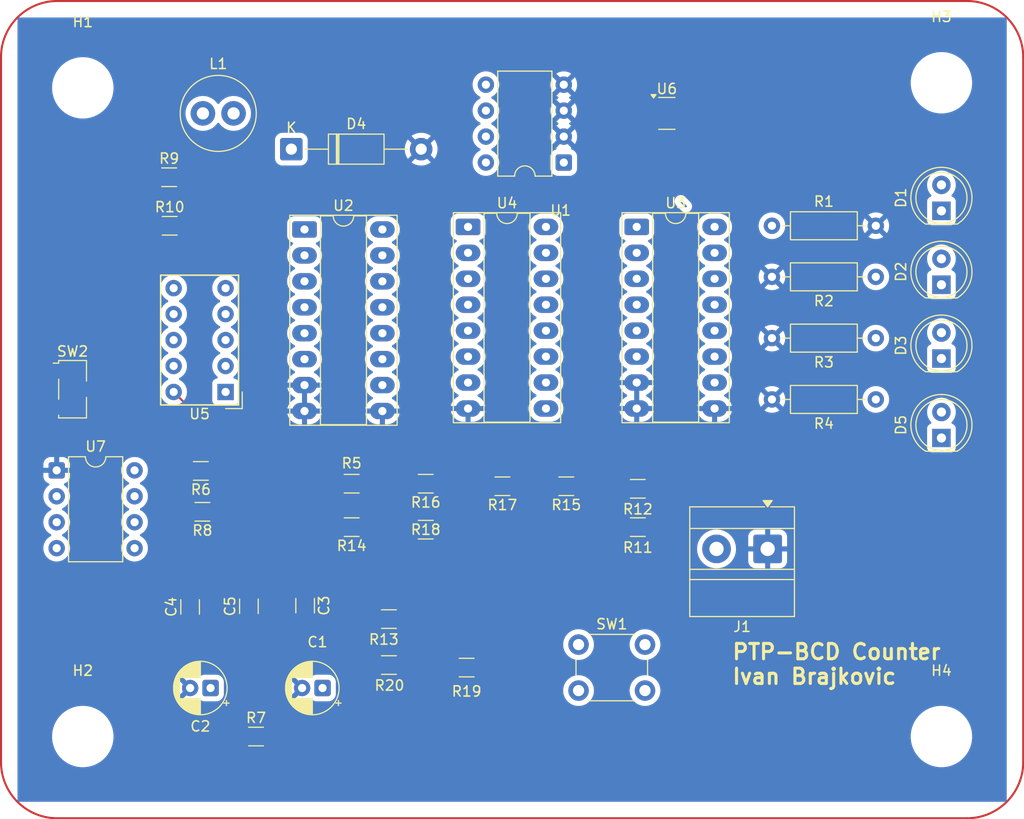
<source format=kicad_pcb>
(kicad_pcb (version 20241229) (generator "pcbnew") (generator_version "9.0")
  (layers (0 "F.Cu" signal) (2 "B.Cu" signal) (13 "F.Paste" user) (15 "B.Paste" user) (5 "F.SilkS" user "F.Silkscreen") (7 "B.SilkS" user "B.Silkscreen") (1 "F.Mask" user) (3 "B.Mask" user) (25 "Edge.Cuts" user))
  (net 0 "")
  (net 1 "GND")
  (net 2 "VD")
  (net 3 "+5V")
  (net 4 "Net-(SW2-A)")
  (net 5 "Net-(U7-THR)")
  (net 6 "Net-(D1-K)")
  (net 7 "QO")
  (net 8 "Q1")
  (net 9 "Net-(D2-K)")
  (net 10 "Q2")
  (net 11 "Net-(D3-K)")
  (net 12 "Net-(D4-K)")
  (net 13 "Net-(D5-K)")
  (net 14 "Q3")
  (net 15 "Net-(U4-a)")
  (net 16 "Net-(U5-A)")
  (net 17 "Net-(U4-b)")
  (net 18 "Net-(U5-B)")
  (net 19 "Net-(U5-C)")
  (net 20 "Net-(U4-c)")
  (net 21 "Net-(U2A-J)")
  (net 22 "Net-(U2B-J)")
  (net 23 "Net-(U3A-J)")
  (net 24 "Net-(U3B-J)")
  (net 25 "Net-(SW1B-D)")
  (net 26 "Net-(U5-D)")
  (net 27 "Net-(U4-d)")
  (net 28 "Net-(U4-BI)")
  (net 29 "Net-(U5-E)")
  (net 30 "Net-(U4-e)")
  (net 31 "Net-(U4-f)")
  (net 32 "Net-(U5-F)")
  (net 33 "Net-(U4-g)")
  (net 34 "Net-(U5-G)")
  (net 35 "Net-(U7-DIS)")
  (net 36 "555")
  (net 37 "Clock")
  (net 41 "Reset")
  (net 42 "Q0")
  (footprint "Resistor_SMD:R_1206_3216Metric_Pad1.30x1.75mm_HandSolder" (layer "F.Cu") (at 148.5 78)
    (property "Reference" "R10" (at 0 -1.83 0) (layer "F.SilkS"))
    (property "Value" "10k")
    (pad "1" smd roundrect (at -1.55 0) (size 1.3 1.75) (layers "F.Cu" "F.Mask" "F.Paste") (roundrect_rratio 0.192308) (net 3 "+5V"))
    (pad "2" smd roundrect (at 1.55 0) (size 1.3 1.75) (layers "F.Cu" "F.Mask" "F.Paste") (roundrect_rratio 0.192308) (net 22 "Net-(U2B-J)"))
  )
  (footprint "Resistor_SMD:R_1206_3216Metric_Pad1.30x1.75mm_HandSolder" (layer "F.Cu") (at 166.3 103.25 180)
    (property "Reference" "R5" (at 0 2 0) (layer "F.SilkS"))
    (property "Value" "2k")
    (pad "1" smd roundrect (at -1.55 0 180) (size 1.3 1.75) (layers "F.Cu" "F.Mask" "F.Paste") (roundrect_rratio 0.192308) (net 15 "Net-(U4-a)"))
    (pad "2" smd roundrect (at 1.55 0 180) (size 1.3 1.75) (layers "F.Cu" "F.Mask" "F.Paste") (roundrect_rratio 0.192308) (net 16 "Net-(U5-A)"))
  )
  (footprint "Package_DIP:DIP-16_W7.62mm_Socket_LongPads" (layer "F.Cu") (at 194.19 78.11)
    (property "Reference" "U3" (at 3.81 -2.33 0) (layer "F.SilkS"))
    (property "Value" "4027")
    (pad "1" thru_hole roundrect (at 0 0) (size 2.4 1.6) (drill 0.8) (layers "*.Cu" "*.Mask") (roundrect_rratio 0.15625) (net 10 "Q2"))
    (pad "2" thru_hole oval (at 0 2.54) (size 2.4 1.6) (drill 0.8) (layers "*.Cu" "*.Mask"))
    (pad "3" thru_hole oval (at 0 5.08) (size 2.4 1.6) (drill 0.8) (layers "*.Cu" "*.Mask") (net 8 "Q1"))
    (pad "4" thru_hole oval (at 0 7.62) (size 2.4 1.6) (drill 0.8) (layers "*.Cu" "*.Mask") (net 41 "Reset"))
    (pad "5" thru_hole oval (at 0 10.16) (size 2.4 1.6) (drill 0.8) (layers "*.Cu" "*.Mask") (net 23 "Net-(U3A-J)"))
    (pad "6" thru_hole oval (at 0 12.7) (size 2.4 1.6) (drill 0.8) (layers "*.Cu" "*.Mask") (net 23 "Net-(U3A-J)"))
    (pad "7" thru_hole oval (at 0 15.24) (size 2.4 1.6) (drill 0.8) (layers "*.Cu" "*.Mask") (net 1 "GND"))
    (pad "8" thru_hole oval (at 0 17.78) (size 2.4 1.6) (drill 0.8) (layers "*.Cu" "*.Mask") (net 1 "GND"))
    (pad "9" thru_hole oval (at 7.62 17.78) (size 2.4 1.6) (drill 0.8) (layers "*.Cu" "*.Mask") (net 1 "GND"))
    (pad "10" thru_hole oval (at 7.62 15.24) (size 2.4 1.6) (drill 0.8) (layers "*.Cu" "*.Mask") (net 24 "Net-(U3B-J)"))
    (pad "11" thru_hole oval (at 7.62 12.7) (size 2.4 1.6) (drill 0.8) (layers "*.Cu" "*.Mask") (net 24 "Net-(U3B-J)"))
    (pad "12" thru_hole oval (at 7.62 10.16) (size 2.4 1.6) (drill 0.8) (layers "*.Cu" "*.Mask") (net 41 "Reset"))
    (pad "13" thru_hole oval (at 7.62 7.62) (size 2.4 1.6) (drill 0.8) (layers "*.Cu" "*.Mask") (net 10 "Q2"))
    (pad "14" thru_hole oval (at 7.62 5.08) (size 2.4 1.6) (drill 0.8) (layers "*.Cu" "*.Mask"))
    (pad "15" thru_hole oval (at 7.62 2.54) (size 2.4 1.6) (drill 0.8) (layers "*.Cu" "*.Mask") (net 14 "Q3"))
    (pad "16" thru_hole oval (at 7.62 0) (size 2.4 1.6) (drill 0.8) (layers "*.Cu" "*.Mask") (net 3 "+5V"))
  )
  (footprint "Package_DIP:DIP-16_W7.62mm_Socket_LongPads" (layer "F.Cu") (at 177.69 78.11)
    (property "Reference" "U4" (at 3.81 -2.33 0) (layer "F.SilkS"))
    (property "Value" "74LS47")
    (pad "1" thru_hole roundrect (at 0 0) (size 2.4 1.6) (drill 0.8) (layers "*.Cu" "*.Mask") (roundrect_rratio 0.15625) (net 8 "Q1"))
    (pad "2" thru_hole oval (at 0 2.54) (size 2.4 1.6) (drill 0.8) (layers "*.Cu" "*.Mask") (net 10 "Q2"))
    (pad "3" thru_hole oval (at 0 5.08) (size 2.4 1.6) (drill 0.8) (layers "*.Cu" "*.Mask") (net 28 "Net-(U4-BI)"))
    (pad "4" thru_hole oval (at 0 7.62) (size 2.4 1.6) (drill 0.8) (layers "*.Cu" "*.Mask") (net 28 "Net-(U4-BI)"))
    (pad "5" thru_hole oval (at 0 10.16) (size 2.4 1.6) (drill 0.8) (layers "*.Cu" "*.Mask") (net 28 "Net-(U4-BI)"))
    (pad "6" thru_hole oval (at 0 12.7) (size 2.4 1.6) (drill 0.8) (layers "*.Cu" "*.Mask") (net 14 "Q3"))
    (pad "7" thru_hole oval (at 0 15.24) (size 2.4 1.6) (drill 0.8) (layers "*.Cu" "*.Mask") (net 42 "Q0"))
    (pad "8" thru_hole oval (at 0 17.78) (size 2.4 1.6) (drill 0.8) (layers "*.Cu" "*.Mask") (net 1 "GND"))
    (pad "9" thru_hole oval (at 7.62 17.78) (size 2.4 1.6) (drill 0.8) (layers "*.Cu" "*.Mask") (net 30 "Net-(U4-e)"))
    (pad "10" thru_hole oval (at 7.62 15.24) (size 2.4 1.6) (drill 0.8) (layers "*.Cu" "*.Mask") (net 27 "Net-(U4-d)"))
    (pad "11" thru_hole oval (at 7.62 12.7) (size 2.4 1.6) (drill 0.8) (layers "*.Cu" "*.Mask") (net 20 "Net-(U4-c)"))
    (pad "12" thru_hole oval (at 7.62 10.16) (size 2.4 1.6) (drill 0.8) (layers "*.Cu" "*.Mask") (net 17 "Net-(U4-b)"))
    (pad "13" thru_hole oval (at 7.62 7.62) (size 2.4 1.6) (drill 0.8) (layers "*.Cu" "*.Mask") (net 15 "Net-(U4-a)"))
    (pad "14" thru_hole oval (at 7.62 5.08) (size 2.4 1.6) (drill 0.8) (layers "*.Cu" "*.Mask") (net 33 "Net-(U4-g)"))
    (pad "15" thru_hole oval (at 7.62 2.54) (size 2.4 1.6) (drill 0.8) (layers "*.Cu" "*.Mask") (net 31 "Net-(U4-f)"))
    (pad "16" thru_hole oval (at 7.62 0) (size 2.4 1.6) (drill 0.8) (layers "*.Cu" "*.Mask") (net 3 "+5V"))
  )
  (footprint "Package_DIP:DIP-8_W7.62mm" (layer "F.Cu") (at 187.055 71.81 180)
    (property "Reference" "U1" (at 0.305 -4.69 0) (layer "F.SilkS"))
    (property "Value" "LM2574N-5")
    (pad "1" thru_hole roundrect (at 0 0 180) (size 1.6 1.6) (drill 0.8) (layers "*.Cu" "*.Mask") (roundrect_rratio 0.15625) (net 3 "+5V"))
    (pad "2" thru_hole circle (at 0 2.54 180) (size 1.6 1.6) (drill 0.8) (layers "*.Cu" "*.Mask") (net 1 "GND"))
    (pad "3" thru_hole circle (at 0 5.08 180) (size 1.6 1.6) (drill 0.8) (layers "*.Cu" "*.Mask") (net 1 "GND"))
    (pad "4" thru_hole circle (at 0 7.62 180) (size 1.6 1.6) (drill 0.8) (layers "*.Cu" "*.Mask") (net 1 "GND"))
    (pad "5" thru_hole circle (at 7.62 7.62 180) (size 1.6 1.6) (drill 0.8) (layers "*.Cu" "*.Mask") (net 2 "VD"))
    (pad "6" thru_hole circle (at 7.62 5.08 180) (size 1.6 1.6) (drill 0.8) (layers "*.Cu" "*.Mask"))
    (pad "7" thru_hole circle (at 7.62 2.54 180) (size 1.6 1.6) (drill 0.8) (layers "*.Cu" "*.Mask") (net 12 "Net-(D4-K)"))
    (pad "8" thru_hole circle (at 7.62 0 180) (size 1.6 1.6) (drill 0.8) (layers "*.Cu" "*.Mask"))
  )
  (footprint "Resistor_SMD:R_1206_3216Metric_Pad1.30x1.75mm_HandSolder" (layer "F.Cu") (at 148.45 73.25)
    (property "Reference" "R9" (at 0 -1.83 0) (layer "F.SilkS"))
    (property "Value" "10k")
    (pad "1" smd roundrect (at -1.55 0) (size 1.3 1.75) (layers "F.Cu" "F.Mask" "F.Paste") (roundrect_rratio 0.192308) (net 3 "+5V"))
    (pad "2" smd roundrect (at 1.55 0) (size 1.3 1.75) (layers "F.Cu" "F.Mask" "F.Paste") (roundrect_rratio 0.192308) (net 21 "Net-(U2A-J)"))
  )
  (footprint "Resistor_SMD:R_1206_3216Metric_Pad1.30x1.75mm_HandSolder" (layer "F.Cu") (at 173.55 107.75 180)
    (property "Reference" "R18" (at 0 0 0) (layer "F.SilkS"))
    (property "Value" "2k")
    (pad "1" smd roundrect (at -1.55 0 180) (size 1.3 1.75) (layers "F.Cu" "F.Mask" "F.Paste") (roundrect_rratio 0.192308) (net 33 "Net-(U4-g)"))
    (pad "2" smd roundrect (at 1.55 0 180) (size 1.3 1.75) (layers "F.Cu" "F.Mask" "F.Paste") (roundrect_rratio 0.192308) (net 34 "Net-(U5-G)"))
  )
  (footprint "Button_Switch_SMD:Nidec_Copal_CAS-120A" (layer "F.Cu") (at 139 94)
    (property "Reference" "SW2" (at 0 -3.7 0) (layer "F.SilkS"))
    (property "Value" "SW2")
    (pad "1" smd roundrect (at -1.15 -1.75 270) (size 1 1.6) (layers "F.Cu" "F.Mask" "F.Paste") (net 36 "555"))
    (pad "2" smd roundrect (at 1.15 0 270) (size 1 1.6) (layers "F.Cu" "F.Mask" "F.Paste") (net 37 "Clock"))
    (pad "3" smd roundrect (at -1.15 1.75 270) (size 1 1.6) (layers "F.Cu" "F.Mask" "F.Paste") (net 4 "Net-(SW2-A)"))
  )
  (footprint "LED_THT:LED_D5.0mm" (layer "F.Cu") (at 224 83.775 90)
    (property "Reference" "D2" (at 1.27 -3.96 90) (layer "F.SilkS"))
    (property "Value" "LED")
    (pad "1" thru_hole rect (at 0 0 90) (size 1.8 1.8) (drill 0.9) (layers "*.Cu" "*.Mask") (net 9 "Net-(D2-K)"))
    (pad "2" thru_hole circle (at 2.54 0 90) (size 1.8 1.8) (drill 0.9) (layers "*.Cu" "*.Mask") (net 8 "Q1"))
  )
  (footprint "Resistor_SMD:R_1206_3216Metric_Pad1.30x1.75mm_HandSolder" (layer "F.Cu") (at 173.55 103.25 180)
    (property "Reference" "R16" (at 0 -1.83 0) (layer "F.SilkS"))
    (property "Value" "2k")
    (pad "1" smd roundrect (at -1.55 0 180) (size 1.3 1.75) (layers "F.Cu" "F.Mask" "F.Paste") (roundrect_rratio 0.192308) (net 30 "Net-(U4-e)"))
    (pad "2" smd roundrect (at 1.55 0 180) (size 1.3 1.75) (layers "F.Cu" "F.Mask" "F.Paste") (roundrect_rratio 0.192308) (net 29 "Net-(U5-E)"))
  )
  (footprint "Resistor_THT:R_Axial_DIN0207_L6.3mm_D2.5mm_P10.16mm_Horizontal" (layer "F.Cu") (at 217.58 95 180)
    (property "Reference" "R4" (at 5.08 -2.37 0) (layer "F.SilkS"))
    (property "Value" "4k7")
    (pad "1" thru_hole circle (at 0 0 180) (size 1.6 1.6) (drill 0.8) (layers "*.Cu" "*.Mask") (net 13 "Net-(D5-K)"))
    (pad "2" thru_hole circle (at 10.16 0 180) (size 1.6 1.6) (drill 0.8) (layers "*.Cu" "*.Mask") (net 1 "GND"))
  )
  (footprint "Resistor_SMD:R_1206_3216Metric_Pad1.30x1.75mm_HandSolder" (layer "F.Cu") (at 187.3 103.5 180)
    (property "Reference" "R15" (at 0 -1.83 0) (layer "F.SilkS"))
    (property "Value" "10k")
    (pad "1" smd roundrect (at -1.55 0 180) (size 1.3 1.75) (layers "F.Cu" "F.Mask" "F.Paste") (roundrect_rratio 0.192308) (net 3 "+5V"))
    (pad "2" smd roundrect (at 1.55 0 180) (size 1.3 1.75) (layers "F.Cu" "F.Mask" "F.Paste") (roundrect_rratio 0.192308) (net 28 "Net-(U4-BI)"))
  )
  (footprint "Button_Switch_THT:SW_PUSH_6mm_H4.3mm" (layer "F.Cu") (at 188.5 119)
    (property "Reference" "SW1" (at 3.25 -2 0) (layer "F.SilkS"))
    (property "Value" "SW_Push_Dual_x2")
    (pad "1" thru_hole circle (at 0 0 90) (size 2 2) (drill 1.1) (layers "*.Cu" "*.Mask"))
    (pad "1" thru_hole circle (at 6.5 0 90) (size 2 2) (drill 1.1) (layers "*.Cu" "*.Mask"))
    (pad "2" thru_hole circle (at 0 4.5 90) (size 2 2) (drill 1.1) (layers "*.Cu" "*.Mask"))
    (pad "2" thru_hole circle (at 6.5 4.5 90) (size 2 2) (drill 1.1) (layers "*.Cu" "*.Mask"))
  )
  (footprint "Package_TO_SOT_SMD:SOT-23-6" (layer "F.Cu") (at 197.1375 67)
    (property "Reference" "U6" (at 0 -2.4 0) (layer "F.SilkS"))
    (property "Value" "74LVC1G11")
    (pad "1" smd roundrect (at -1.1375 -0.95) (size 1.325 0.6) (layers "F.Cu" "F.Mask" "F.Paste") (net 8 "Q1"))
    (pad "2" smd roundrect (at -1.1375 0) (size 1.325 0.6) (layers "F.Cu" "F.Mask" "F.Paste") (net 1 "GND"))
    (pad "3" smd roundrect (at -1.1375 0.95) (size 1.325 0.6) (layers "F.Cu" "F.Mask" "F.Paste") (net 14 "Q3"))
    (pad "4" smd roundrect (at 1.1375 0.95) (size 1.325 0.6) (layers "F.Cu" "F.Mask" "F.Paste") (net 41 "Reset"))
    (pad "5" smd roundrect (at 1.1375 0) (size 1.325 0.6) (layers "F.Cu" "F.Mask" "F.Paste") (net 3 "+5V"))
    (pad "6" smd roundrect (at 1.1375 -0.95) (size 1.325 0.6) (layers "F.Cu" "F.Mask" "F.Paste") (net 37 "Clock"))
  )
  (footprint "Resistor_SMD:R_1206_3216Metric_Pad1.30x1.75mm_HandSolder" (layer "F.Cu") (at 194.3 103.75)
    (property "Reference" "R12" (at 0 2 0) (layer "F.SilkS"))
    (property "Value" "10k")
    (pad "1" smd roundrect (at -1.55 0) (size 1.3 1.75) (layers "F.Cu" "F.Mask" "F.Paste") (roundrect_rratio 0.192308) (net 3 "+5V"))
    (pad "2" smd roundrect (at 1.55 0) (size 1.3 1.75) (layers "F.Cu" "F.Mask" "F.Paste") (roundrect_rratio 0.192308) (net 24 "Net-(U3B-J)"))
  )
  (footprint "Resistor_THT:R_Axial_DIN0207_L6.3mm_D2.5mm_P10.16mm_Horizontal" (layer "F.Cu") (at 217.58 83 180)
    (property "Reference" "R2" (at 5.08 -2.37 0) (layer "F.SilkS"))
    (property "Value" "4k7")
    (pad "1" thru_hole circle (at 0 0 180) (size 1.6 1.6) (drill 0.8) (layers "*.Cu" "*.Mask") (net 9 "Net-(D2-K)"))
    (pad "2" thru_hole circle (at 10.16 0 180) (size 1.6 1.6) (drill 0.8) (layers "*.Cu" "*.Mask") (net 1 "GND"))
  )
  (footprint "LED_THT:LED_D5.0mm" (layer "F.Cu") (at 224 91 90)
    (property "Reference" "D3" (at 1.27 -3.96 90) (layer "F.SilkS"))
    (property "Value" "LED")
    (pad "1" thru_hole rect (at 0 0 90) (size 1.8 1.8) (drill 0.9) (layers "*.Cu" "*.Mask") (net 11 "Net-(D3-K)"))
    (pad "2" thru_hole circle (at 2.54 0 90) (size 1.8 1.8) (drill 0.9) (layers "*.Cu" "*.Mask") (net 10 "Q2"))
  )
  (footprint "TerminalBlock_MetzConnect:TerminalBlock_MetzConnect_Type011_RT05502HBLC_1x02_P5.00mm_Horizontal" (layer "F.Cu") (at 207 109.6325 180)
    (property "Reference" "J1" (at 2.5 -7.62 0) (layer "F.SilkS"))
    (property "Value" "Screw_Terminal_01x02")
    (pad "1" thru_hole roundrect (at 0 0 180) (size 2.8 2.8) (drill 1.4) (layers "*.Cu" "*.Mask") (roundrect_rratio 0.089286) (net 1 "GND"))
    (pad "2" thru_hole circle (at 5 0 180) (size 2.8 2.8) (drill 1.4) (layers "*.Cu" "*.Mask") (net 2 "VD"))
  )
  (footprint "Resistor_SMD:R_1206_3216Metric_Pad1.30x1.75mm_HandSolder" (layer "F.Cu") (at 151.55 102 180)
    (property "Reference" "R6" (at 0 -1.83 0) (layer "F.SilkS"))
    (property "Value" "2k")
    (pad "1" smd roundrect (at -1.55 0 180) (size 1.3 1.75) (layers "F.Cu" "F.Mask" "F.Paste") (roundrect_rratio 0.192308) (net 17 "Net-(U4-b)"))
    (pad "2" smd roundrect (at 1.55 0 180) (size 1.3 1.75) (layers "F.Cu" "F.Mask" "F.Paste") (roundrect_rratio 0.192308) (net 18 "Net-(U5-B)"))
  )
  (footprint "Package_DIP:DIP-8_W7.62mm" (layer "F.Cu") (at 137.445 101.94)
    (property "Reference" "U7" (at 3.81 -2.33 0) (layer "F.SilkS"))
    (property "Value" "NE555P")
    (pad "1" thru_hole roundrect (at 0 0) (size 1.6 1.6) (drill 0.8) (layers "*.Cu" "*.Mask") (roundrect_rratio 0.15625) (net 1 "GND"))
    (pad "2" thru_hole circle (at 0 2.54) (size 1.6 1.6) (drill 0.8) (layers "*.Cu" "*.Mask") (net 5 "Net-(U7-THR)"))
    (pad "3" thru_hole circle (at 0 5.08) (size 1.6 1.6) (drill 0.8) (layers "*.Cu" "*.Mask") (net 36 "555"))
    (pad "4" thru_hole circle (at 0 7.62) (size 1.6 1.6) (drill 0.8) (layers "*.Cu" "*.Mask") (net 3 "+5V"))
    (pad "5" thru_hole circle (at 7.62 7.62) (size 1.6 1.6) (drill 0.8) (layers "*.Cu" "*.Mask"))
    (pad "6" thru_hole circle (at 7.62 5.08) (size 1.6 1.6) (drill 0.8) (layers "*.Cu" "*.Mask") (net 5 "Net-(U7-THR)"))
    (pad "7" thru_hole circle (at 7.62 2.54) (size 1.6 1.6) (drill 0.8) (layers "*.Cu" "*.Mask") (net 35 "Net-(U7-DIS)"))
    (pad "8" thru_hole circle (at 7.62 0) (size 1.6 1.6) (drill 0.8) (layers "*.Cu" "*.Mask") (net 3 "+5V"))
  )
  (footprint "MountingHole:MountingHole_5.5mm" (layer "F.Cu") (at 224 64)
    (property "Reference" "H3" (at 0 -6.45 0) (layer "F.SilkS"))
    (property "Value" "MountingHole")
    (pad "" np_thru_hole circle (at 0 0) (size 5.5 5.5) (drill 5.5) (layers "*.Cu" "*.Mask"))
  )
  (footprint "Capacitor_THT:CP_Radial_D5.0mm_P2.00mm" (layer "F.Cu") (at 163.455113 123.25 180)
    (property "Reference" "C1" (at 0.5 4.5 0) (layer "F.SilkS"))
    (property "Value" "22u")
    (pad "1" thru_hole roundrect (at 0 0 180) (size 1.6 1.6) (drill 0.8) (layers "*.Cu" "*.Mask") (roundrect_rratio 0.15625) (net 2 "VD"))
    (pad "2" thru_hole circle (at 2 0 180) (size 1.6 1.6) (drill 0.8) (layers "*.Cu" "*.Mask") (net 1 "GND"))
  )
  (footprint "Resistor_SMD:R_1206_3216Metric_Pad1.30x1.75mm_HandSolder" (layer "F.Cu") (at 169.95 121 180)
    (property "Reference" "R20" (at -0.05 -2 0) (layer "F.SilkS"))
    (property "Value" "47k")
    (pad "1" smd roundrect (at -1.55 0 180) (size 1.3 1.75) (layers "F.Cu" "F.Mask" "F.Paste") (roundrect_rratio 0.192308) (net 35 "Net-(U7-DIS)"))
    (pad "2" smd roundrect (at 1.55 0 180) (size 1.3 1.75) (layers "F.Cu" "F.Mask" "F.Paste") (roundrect_rratio 0.192308) (net 5 "Net-(U7-THR)"))
  )
  (footprint "Diode_THT:D_DO-41_SOD81_P12.70mm_Horizontal" (layer "F.Cu") (at 160.4 70.5)
    (property "Reference" "D4" (at 6.35 -2.47 0) (layer "F.SilkS"))
    (property "Value" "11DQ06")
    (fp_text user "K" (at 0 -2.1 0) (layer "F.SilkS"))
    (pad "1" thru_hole roundrect (at 0 0) (size 2.2 2.2) (drill 1.1) (layers "*.Cu" "*.Mask") (roundrect_rratio 0.113636) (net 12 "Net-(D4-K)"))
    (pad "2" thru_hole circle (at 12.7 0) (size 2.2 2.2) (drill 1.1) (layers "*.Cu" "*.Mask") (net 1 "GND"))
  )
  (footprint "Capacitor_SMD:C_1206_3216Metric_Pad1.33x1.80mm_HandSolder" (layer "F.Cu") (at 161.75 115.1875 -90)
    (property "Reference" "C3" (at 0 -1.85 90) (layer "F.SilkS"))
    (property "Value" "1u")
    (pad "1" smd roundrect (at -1.5625 0 270) (size 1.325 1.8) (layers "F.Cu" "F.Mask" "F.Paste") (roundrect_rratio 0.188679) (net 1 "GND"))
    (pad "2" smd roundrect (at 1.5625 0 270) (size 1.325 1.8) (layers "F.Cu" "F.Mask" "F.Paste") (roundrect_rratio 0.188679) (net 4 "Net-(SW2-A)"))
  )
  (footprint "MountingHole:MountingHole_5.5mm" (layer "F.Cu") (at 140 128)
    (property "Reference" "H2" (at 0 -6.45 0) (layer "F.SilkS"))
    (property "Value" "MountingHole")
    (pad "" np_thru_hole circle (at 0 0) (size 5.5 5.5) (drill 5.5) (layers "*.Cu" "*.Mask"))
  )
  (footprint "Package_DIP:DIP-16_W7.62mm_Socket_LongPads" (layer "F.Cu") (at 161.69 78.36)
    (property "Reference" "U2" (at 3.81 -2.33 0) (layer "F.SilkS"))
    (property "Value" "4027")
    (pad "1" thru_hole roundrect (at 0 0) (size 2.4 1.6) (drill 0.8) (layers "*.Cu" "*.Mask") (roundrect_rratio 0.15625) (net 42 "Q0"))
    (pad "2" thru_hole oval (at 0 2.54) (size 2.4 1.6) (drill 0.8) (layers "*.Cu" "*.Mask"))
    (pad "3" thru_hole oval (at 0 5.08) (size 2.4 1.6) (drill 0.8) (layers "*.Cu" "*.Mask") (net 37 "Clock"))
    (pad "4" thru_hole oval (at 0 7.62) (size 2.4 1.6) (drill 0.8) (layers "*.Cu" "*.Mask") (net 41 "Reset"))
    (pad "5" thru_hole oval (at 0 10.16) (size 2.4 1.6) (drill 0.8) (layers "*.Cu" "*.Mask") (net 21 "Net-(U2A-J)"))
    (pad "6" thru_hole oval (at 0 12.7) (size 2.4 1.6) (drill 0.8) (layers "*.Cu" "*.Mask") (net 21 "Net-(U2A-J)"))
    (pad "7" thru_hole oval (at 0 15.24) (size 2.4 1.6) (drill 0.8) (layers "*.Cu" "*.Mask") (net 1 "GND"))
    (pad "8" thru_hole oval (at 0 17.78) (size 2.4 1.6) (drill 0.8) (layers "*.Cu" "*.Mask") (net 1 "GND"))
    (pad "9" thru_hole oval (at 7.62 17.78) (size 2.4 1.6) (drill 0.8) (layers "*.Cu" "*.Mask") (net 1 "GND"))
    (pad "10" thru_hole oval (at 7.62 15.24) (size 2.4 1.6) (drill 0.8) (layers "*.Cu" "*.Mask") (net 22 "Net-(U2B-J)"))
    (pad "11" thru_hole oval (at 7.62 12.7) (size 2.4 1.6) (drill 0.8) (layers "*.Cu" "*.Mask") (net 22 "Net-(U2B-J)"))
    (pad "12" thru_hole oval (at 7.62 10.16) (size 2.4 1.6) (drill 0.8) (layers "*.Cu" "*.Mask") (net 41 "Reset"))
    (pad "13" thru_hole oval (at 7.62 7.62) (size 2.4 1.6) (drill 0.8) (layers "*.Cu" "*.Mask") (net 42 "Q0"))
    (pad "14" thru_hole oval (at 7.62 5.08) (size 2.4 1.6) (drill 0.8) (layers "*.Cu" "*.Mask"))
    (pad "15" thru_hole oval (at 7.62 2.54) (size 2.4 1.6) (drill 0.8) (layers "*.Cu" "*.Mask") (net 8 "Q1"))
    (pad "16" thru_hole oval (at 7.62 0) (size 2.4 1.6) (drill 0.8) (layers "*.Cu" "*.Mask") (net 3 "+5V"))
  )
  (footprint "Display_7Segment:HDSP-7401" (layer "F.Cu") (at 153.9675 94.2675 180)
    (property "Reference" "U5" (at 2.54 -2.159 0) (layer "F.SilkS"))
    (property "Value" "FYS-3911BUHR-21")
    (pad "1" thru_hole rect (at 0 0 180) (size 1.6 1.6) (drill 0.8) (layers "*.Cu" "*.Mask") (net 3 "+5V"))
    (pad "2" thru_hole circle (at 0 2.54 180) (size 1.6 1.6) (drill 0.8) (layers "*.Cu" "*.Mask") (net 32 "Net-(U5-F)"))
    (pad "3" thru_hole circle (at 0 5.08 180) (size 1.6 1.6) (drill 0.8) (layers "*.Cu" "*.Mask") (net 34 "Net-(U5-G)"))
    (pad "4" thru_hole circle (at 0 7.62 180) (size 1.6 1.6) (drill 0.8) (layers "*.Cu" "*.Mask") (net 29 "Net-(U5-E)"))
    (pad "5" thru_hole circle (at 0 10.16 180) (size 1.6 1.6) (drill 0.8) (layers "*.Cu" "*.Mask") (net 26 "Net-(U5-D)"))
    (pad "6" thru_hole circle (at 5.08 10.16 180) (size 1.6 1.6) (drill 0.8) (layers "*.Cu" "*.Mask") (net 3 "+5V"))
    (pad "7" thru_hole circle (at 5.08 7.62 180) (size 1.6 1.6) (drill 0.8) (layers "*.Cu" "*.Mask"))
    (pad "8" thru_hole circle (at 5.08 5.08 180) (size 1.6 1.6) (drill 0.8) (layers "*.Cu" "*.Mask") (net 19 "Net-(U5-C)"))
    (pad "9" thru_hole circle (at 5.08 2.54 180) (size 1.6 1.6) (drill 0.8) (layers "*.Cu" "*.Mask") (net 18 "Net-(U5-B)"))
    (pad "10" thru_hole circle (at 5.08 0 180) (size 1.6 1.6) (drill 0.8) (layers "*.Cu" "*.Mask") (net 16 "Net-(U5-A)"))
  )
  (footprint "Capacitor_SMD:C_1206_3216Metric_Pad1.33x1.80mm_HandSolder" (layer "F.Cu") (at 156.25 115.25 90)
    (property "Reference" "C5" (at 0 -1.85 90) (layer "F.SilkS"))
    (property "Value" "10u")
    (pad "1" smd roundrect (at -1.5625 0 90) (size 1.325 1.8) (layers "F.Cu" "F.Mask" "F.Paste") (roundrect_rratio 0.188679) (net 5 "Net-(U7-THR)"))
    (pad "2" smd roundrect (at 1.5625 0 90) (size 1.325 1.8) (layers "F.Cu" "F.Mask" "F.Paste") (roundrect_rratio 0.188679) (net 1 "GND"))
  )
  (footprint "Resistor_SMD:R_1206_3216Metric_Pad1.30x1.75mm_HandSolder" (layer "F.Cu") (at 177.55 121.25 180)
    (property "Reference" "R19" (at 0 -2.33 0) (layer "F.SilkS"))
    (property "Value" "47k")
    (pad "1" smd roundrect (at -1.55 0 180) (size 1.3 1.75) (layers "F.Cu" "F.Mask" "F.Paste") (roundrect_rratio 0.192308) (net 3 "+5V"))
    (pad "2" smd roundrect (at 1.55 0 180) (size 1.3 1.75) (layers "F.Cu" "F.Mask" "F.Paste") (roundrect_rratio 0.192308) (net 35 "Net-(U7-DIS)"))
  )
  (footprint "Resistor_THT:R_Axial_DIN0207_L6.3mm_D2.5mm_P10.16mm_Horizontal" (layer "F.Cu") (at 207.42 78)
    (property "Reference" "R1" (at 5.08 -2.37 0) (layer "F.SilkS"))
    (property "Value" "4k7")
    (pad "1" thru_hole circle (at 0 0) (size 1.6 1.6) (drill 0.8) (layers "*.Cu" "*.Mask") (net 6 "Net-(D1-K)"))
    (pad "2" thru_hole circle (at 10.16 0) (size 1.6 1.6) (drill 0.8) (layers "*.Cu" "*.Mask") (net 1 "GND"))
  )
  (footprint "Resistor_SMD:R_1206_3216Metric_Pad1.30x1.75mm_HandSolder" (layer "F.Cu") (at 156.95 128)
    (property "Reference" "R7" (at 0 -1.83 0) (layer "F.SilkS"))
    (property "Value" "10k")
    (pad "1" smd roundrect (at -1.55 0) (size 1.3 1.75) (layers "F.Cu" "F.Mask" "F.Paste") (roundrect_rratio 0.192308) (net 3 "+5V"))
    (pad "2" smd roundrect (at 1.55 0) (size 1.3 1.75) (layers "F.Cu" "F.Mask" "F.Paste") (roundrect_rratio 0.192308) (net 4 "Net-(SW2-A)"))
  )
  (footprint "Resistor_SMD:R_1206_3216Metric_Pad1.30x1.75mm_HandSolder" (layer "F.Cu") (at 151.7 106 180)
    (property "Reference" "R8" (at 0 -1.83 0) (layer "F.SilkS"))
    (property "Value" "2K")
    (pad "1" smd roundrect (at -1.55 0 180) (size 1.3 1.75) (layers "F.Cu" "F.Mask" "F.Paste") (roundrect_rratio 0.192308) (net 20 "Net-(U4-c)"))
    (pad "2" smd roundrect (at 1.55 0 180) (size 1.3 1.75) (layers "F.Cu" "F.Mask" "F.Paste") (roundrect_rratio 0.192308) (net 19 "Net-(U5-C)"))
  )
  (footprint "Inductor_THT:L_Radial_D7.2mm_P3.00mm_Murata_1700" (layer "F.Cu") (at 151.75 67)
    (property "Reference" "L1" (at 1.5 -4.85 0) (layer "F.SilkS"))
    (property "Value" "330u")
    (pad "1" thru_hole circle (at 0 0) (size 2.4 2.4) (drill 1.2) (layers "*.Cu" "*.Mask") (net 12 "Net-(D4-K)"))
    (pad "2" thru_hole circle (at 3 0) (size 2.4 2.4) (drill 1.2) (layers "*.Cu" "*.Mask") (net 3 "+5V"))
  )
  (footprint "MountingHole:MountingHole_5.5mm" (layer "F.Cu") (at 140 64.5)
    (property "Reference" "H1" (at 0 -6.45 0) (layer "F.SilkS"))
    (property "Value" "MountingHole")
    (pad "" np_thru_hole circle (at 0 0) (size 5.5 5.5) (drill 5.5) (layers "*.Cu" "*.Mask"))
  )
  (footprint "Resistor_SMD:R_1206_3216Metric_Pad1.30x1.75mm_HandSolder" (layer "F.Cu") (at 169.95 116.5)
    (property "Reference" "R13" (at -0.5 2 0) (layer "F.SilkS"))
    (property "Value" "2k")
    (pad "1" smd roundrect (at -1.55 0) (size 1.3 1.75) (layers "F.Cu" "F.Mask" "F.Paste") (roundrect_rratio 0.192308) (net 25 "Net-(SW1B-D)"))
    (pad "2" smd roundrect (at 1.55 0) (size 1.3 1.75) (layers "F.Cu" "F.Mask" "F.Paste") (roundrect_rratio 0.192308) (net 4 "Net-(SW2-A)"))
  )
  (footprint "Resistor_SMD:R_1206_3216Metric_Pad1.30x1.75mm_HandSolder" (layer "F.Cu") (at 194.3 107.5)
    (property "Reference" "R11" (at 0 2 0) (layer "F.SilkS"))
    (property "Value" "10k")
    (pad "1" smd roundrect (at -1.55 0) (size 1.3 1.75) (layers "F.Cu" "F.Mask" "F.Paste") (roundrect_rratio 0.192308) (net 3 "+5V"))
    (pad "2" smd roundrect (at 1.55 0) (size 1.3 1.75) (layers "F.Cu" "F.Mask" "F.Paste") (roundrect_rratio 0.192308) (net 23 "Net-(U3A-J)"))
  )
  (footprint "Capacitor_SMD:C_1206_3216Metric_Pad1.33x1.80mm_HandSolder" (layer "F.Cu") (at 150.5 115.3125 90)
    (property "Reference" "C4" (at 0 -1.85 90) (layer "F.SilkS"))
    (property "Value" "100 n")
    (pad "1" smd roundrect (at -1.5625 0 90) (size 1.325 1.8) (layers "F.Cu" "F.Mask" "F.Paste") (roundrect_rratio 0.188679) (net 3 "+5V"))
    (pad "2" smd roundrect (at 1.5625 0 90) (size 1.325 1.8) (layers "F.Cu" "F.Mask" "F.Paste") (roundrect_rratio 0.188679) (net 1 "GND"))
  )
  (footprint "Capacitor_THT:CP_Radial_D5.0mm_P2.00mm" (layer "F.Cu") (at 152.5 123.25 180)
    (property "Reference" "C2" (at 1 -3.75 0) (layer "F.SilkS"))
    (property "Value" "220u")
    (pad "1" thru_hole roundrect (at 0 0 180) (size 1.6 1.6) (drill 0.8) (layers "*.Cu" "*.Mask") (roundrect_rratio 0.15625) (net 3 "+5V"))
    (pad "2" thru_hole circle (at 2 0 180) (size 1.6 1.6) (drill 0.8) (layers "*.Cu" "*.Mask") (net 1 "GND"))
  )
  (footprint "Resistor_SMD:R_1206_3216Metric_Pad1.30x1.75mm_HandSolder" (layer "F.Cu") (at 166.3 107.5 180)
    (property "Reference" "R14" (at 0 -1.83 0) (layer "F.SilkS"))
    (property "Value" "2K")
    (pad "1" smd roundrect (at -1.55 0 180) (size 1.3 1.75) (layers "F.Cu" "F.Mask" "F.Paste") (roundrect_rratio 0.192308) (net 27 "Net-(U4-d)"))
    (pad "2" smd roundrect (at 1.55 0 180) (size 1.3 1.75) (layers "F.Cu" "F.Mask" "F.Paste") (roundrect_rratio 0.192308) (net 26 "Net-(U5-D)"))
  )
  (footprint "LED_THT:LED_D5.0mm" (layer "F.Cu") (at 224 76.54 90)
    (property "Reference" "D1" (at 1.27 -3.96 90) (layer "F.SilkS"))
    (property "Value" "LED")
    (pad "1" thru_hole rect (at 0 0 90) (size 1.8 1.8) (drill 0.9) (layers "*.Cu" "*.Mask") (net 6 "Net-(D1-K)"))
    (pad "2" thru_hole circle (at 2.54 0 90) (size 1.8 1.8) (drill 0.9) (layers "*.Cu" "*.Mask") (net 7 "QO"))
  )
  (footprint "Resistor_SMD:R_1206_3216Metric_Pad1.30x1.75mm_HandSolder" (layer "F.Cu") (at 181.05 103.5 180)
    (property "Reference" "R17" (at 0 -1.83 0) (layer "F.SilkS"))
    (property "Value" "2k")
    (pad "1" smd roundrect (at -1.55 0 180) (size 1.3 1.75) (layers "F.Cu" "F.Mask" "F.Paste") (roundrect_rratio 0.192308) (net 31 "Net-(U4-f)"))
    (pad "2" smd roundrect (at 1.55 0 180) (size 1.3 1.75) (layers "F.Cu" "F.Mask" "F.Paste") (roundrect_rratio 0.192308) (net 32 "Net-(U5-F)"))
  )
  (footprint "LED_THT:LED_D5.0mm" (layer "F.Cu") (at 224 98.775 90)
    (property "Reference" "D5" (at 1.27 -3.96 90) (layer "F.SilkS"))
    (property "Value" "LED")
    (pad "1" thru_hole rect (at 0 0 90) (size 1.8 1.8) (drill 0.9) (layers "*.Cu" "*.Mask") (net 13 "Net-(D5-K)"))
    (pad "2" thru_hole circle (at 2.54 0 90) (size 1.8 1.8) (drill 0.9) (layers "*.Cu" "*.Mask") (net 14 "Q3"))
  )
  (footprint "Resistor_THT:R_Axial_DIN0207_L6.3mm_D2.5mm_P10.16mm_Horizontal" (layer "F.Cu") (at 217.58 89 180)
    (property "Reference" "R3" (at 5.08 -2.37 0) (layer "F.SilkS"))
    (property "Value" "4k7")
    (pad "1" thru_hole circle (at 0 0 180) (size 1.6 1.6) (drill 0.8) (layers "*.Cu" "*.Mask") (net 11 "Net-(D3-K)"))
    (pad "2" thru_hole circle (at 10.16 0 180) (size 1.6 1.6) (drill 0.8) (layers "*.Cu" "*.Mask") (net 1 "GND"))
  )
  (footprint "MountingHole:MountingHole_5.5mm" (layer "F.Cu") (at 224 128)
    (property "Reference" "H4" (at 0 -6.45 0) (layer "F.SilkS"))
    (property "Value" "MountingHole")
    (pad "" np_thru_hole circle (at 0 0) (size 5.5 5.5) (drill 5.5) (layers "*.Cu" "*.Mask"))
  )
  (gr_line (start 132 130.5) (end 132 61.5) (stroke (width 0.2)) (layer "F.Cu"))
  (gr_arc (start 132 61.5) (mid 133.610913 57.610913) (end 137.5 56) (stroke (width 0.2)) (layer "F.Cu"))
  (gr_arc (start 226.5 56) (mid 230.389087 57.610913) (end 232 61.5) (stroke (width 0.2)) (layer "F.Cu"))
  (gr_arc (start 137.5 136) (mid 133.610913 134.389087) (end 132 130.5) (stroke (width 0.2)) (layer "F.Cu"))
  (gr_line (start 226.5 136) (end 137.5 136) (stroke (width 0.2)) (layer "F.Cu"))
  (gr_arc (start 232 130.5) (mid 230.389087 134.389087) (end 226.5 136) (stroke (width 0.2)) (layer "F.Cu"))
  (gr_line (start 137.5 56) (end 226.5 56) (stroke (width 0.2)) (layer "F.Cu"))
  (gr_line (start 232 61.5) (end 232 130.5) (stroke (width 0.2)) (layer "F.Cu"))
  (gr_text "PTP-BCD Counter\nIvan Brajkovic" (at 203.4 123 0) (layer "F.SilkS") (effects (font (size 1.5 1.5) (thickness 0.3) (bold yes)) (justify left bottom)))
  (segment (start 137.445 101.94) (end 135.56 101.94) (width 0.2) (layer "F.Cu") (net 1))
  (segment (start 150.5625 113.6875) (end 150.5 113.75) (width 0.2) (layer "F.Cu") (net 1))
  (segment (start 135.56 101.94) (end 135.5 102) (width 0.2) (layer "F.Cu") (net 1))
  (segment (start 161.455113 123.25) (end 161.25 123.455113) (width 0.2) (layer "F.Cu") (net 1))
  (segment (start 217.58 78) (end 217.5 78) (width 0.2) (layer "F.Cu") (net 1))
  (segment (start 137.445 101.94) (end 137.445 101.945) (width 0.2) (layer "F.Cu") (net 1))
  (segment (start 192.5 103.5) (end 192.75 103.75) (width 0.2) (layer "F.Cu") (net 3))
  (segment (start 146.95 79.05) (end 146.95 78) (width 0.2) (layer "F.Cu") (net 3))
  (segment (start 154.75 67) (end 155 67.25) (width 0.2) (layer "F.Cu") (net 3))
  (segment (start 146.95 77.95) (end 146.9 77.9) (width 0.2) (layer "F.Cu") (net 3))
  (segment (start 137.445 109.56) (end 137.445 109.305) (width 0.2) (layer "F.Cu") (net 3))
  (segment (start 149 83.995) (end 148.8875 84.1075) (width 0.2) (layer "F.Cu") (net 3))
  (segment (start 146.95 78) (end 146.95 77.95) (width 0.2) (layer "F.Cu") (net 3))
  (segment (start 198.275 67) (end 198.629468 67) (width 0.2) (layer "F.Cu") (net 3))
  (segment (start 179.1 121.25) (end 179.1 121.15) (width 0.2) (layer "F.Cu") (net 3))
  (segment (start 162.5 116.75) (end 161.75 116.75) (width 0.2) (layer "F.Cu") (net 4))
  (segment (start 167.75 121) (end 168.4 121) (width 0.2) (layer "F.Cu") (net 5))
  (segment (start 207.5 77.92) (end 207.42 78) (width 0.2) (layer "F.Cu") (net 6))
  (segment (start 169.31 80.9) (end 169.71 80.5) (width 0.2) (layer "F.Cu") (net 8))
  (segment (start 223.225 83) (end 224 83.775) (width 0.2) (layer "F.Cu") (net 9))
  (segment (start 202.08 86) (end 201.81 85.73) (width 0.2) (layer "F.Cu") (net 10))
  (segment (start 217.58 95) (end 217.5 95) (width 0.2) (layer "F.Cu") (net 13))
  (segment (start 198.5 75.6) (end 199 76.1) (width 0.2) (layer "B.Cu") (net 14))
  (segment (start 167.85 103.25) (end 168.5 103.25) (width 0.2) (layer "F.Cu") (net 15))
  (segment (start 150.25 95.63) (end 148.8875 94.2675) (width 0.2) (layer "F.Cu") (net 16))
  (segment (start 150 73.25) (end 150 74) (width 0.2) (layer "F.Cu") (net 21))
  (segment (start 202.5 98.25) (end 204.25 98.25) (width 0.2) (layer "F.Cu") (net 24))
  (segment (start 167.85 107.5) (end 167.75 107.5) (width 0.2) (layer "F.Cu") (net 27))
  (segment (start 185.31 96.19) (end 185.31 95.89) (width 0.2) (layer "F.Cu") (net 30))
  (segment (start 186.44 83.19) (end 185.31 83.19) (width 0.2) (layer "F.Cu") (net 33))
  (segment (start 175.75 121) (end 176 121.25) (width 0.2) (layer "F.Cu") (net 35))
  (segment (start 175 111.25) (end 176 112.25) (width 0.2) (layer "F.Cu") (net 35))
  (segment (start 137.445 107.02) (end 137.48 107.02) (width 0.2) (layer "F.Cu") (net 36))
  (segment (start 137.48 107.02) (end 137.5 107) (width 0.2) (layer "F.Cu") (net 36))
  (segment (start 169.31 88.52) (end 170.38 88.52) (width 0.2) (layer "F.Cu") (net 41))
  (segment (start 177.34 93) (end 177.69 93.35) (width 0.2) (layer "F.Cu") (net 42))
  (zone (net 1) (net_name "GND") (layer "B.Cu") (connect_pads (clearance 0.5)) (min_thickness 0.25) (fill yes (thermal_gap 0.5) (thermal_bridge_width 0.5))
    (polygon (pts (xy 133.610913 57.610913) (xy 133.610913 134.389087) (xy 230.389087 134.389087) (xy 230.389087 57.610913)))
  )
)
</source>
